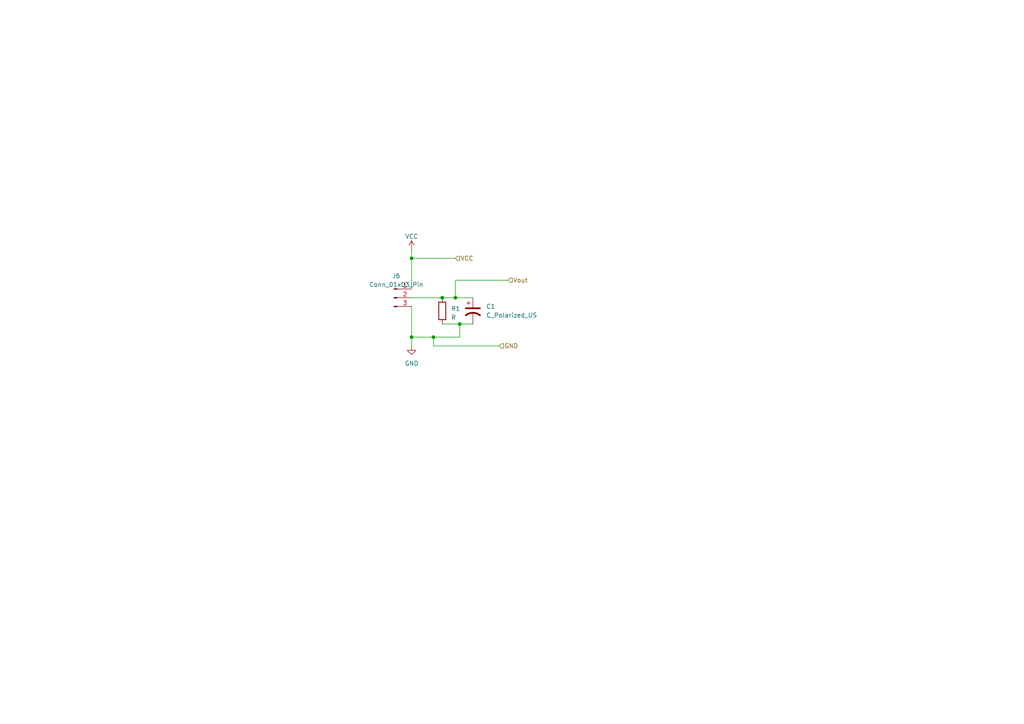
<source format=kicad_sch>
(kicad_sch (version 20230121) (generator eeschema)
  (paper "A4")
  (lib_symbols
    (symbol "Connector:Conn_01x03_Pin" (pin_names (offset 1.016) hide)
      (property "Reference" "J" (at 0 5.08 0))
      (property "Value" "Conn_01x03_Pin" (at 0 -5.08 0))
      (symbol "Conn_01x03_Pin_1_1"
        (polyline (pts (xy 1.27 -2.54) (xy 0.8636 -2.54)) (stroke (width 0.1524)))
        (polyline (pts (xy 1.27 0) (xy 0.8636 0)) (stroke (width 0.1524)))
        (polyline (pts (xy 1.27 2.54) (xy 0.8636 2.54)) (stroke (width 0.1524)))
        (rectangle (start 0.8636 -2.413) (end 0 -2.667) (stroke (width 0.1524)) (fill (type outline)))
        (rectangle (start 0.8636 0.127) (end 0 -0.127) (stroke (width 0.1524)) (fill (type outline)))
        (rectangle (start 0.8636 2.667) (end 0 2.413) (stroke (width 0.1524)) (fill (type outline)))
        (pin passive line (at 5.08 2.54 180) (length 3.81) (name "Pin_1") (number "1"))
        (pin passive line (at 5.08 0 180) (length 3.81) (name "Pin_2") (number "2"))
        (pin passive line (at 5.08 -2.54 180) (length 3.81) (name "Pin_3") (number "3"))
      )
    )
    (symbol "Device:C_Polarized_US" (pin_numbers hide) (pin_names (offset 0.254) hide)
      (property "Reference" "C" (at 0.635 2.54 0))
      (property "Value" "C_Polarized_US" (at 0.635 -2.54 0))
      (symbol "C_Polarized_US_0_1"
        (polyline (pts (xy -2.032 0.762) (xy 2.032 0.762)) (stroke (width 0.508)))
        (polyline (pts (xy -1.778 2.286) (xy -0.762 2.286)))
        (polyline (pts (xy -1.27 1.778) (xy -1.27 2.794)))
        (arc (start 2.032 -1.27) (mid 0 -0.5572) (end -2.032 -1.27) (stroke (width 0.508)))
      )
      (symbol "C_Polarized_US_1_1"
        (pin passive line (at 0 3.81 270) (length 2.794) (name "~") (number "1"))
        (pin passive line (at 0 -3.81 90) (length 3.302) (name "~") (number "2"))
      )
    )
    (symbol "Device:R" (pin_numbers hide) (pin_names (offset 0))
      (property "Reference" "R" (at 2.032 0 90))
      (property "Value" "R" (at 0 0 90))
      (symbol "R_0_1"
        (rectangle (start -1.016 -2.54) (end 1.016 2.54) (stroke (width 0.254)))
      )
      (symbol "R_1_1"
        (pin passive line (at 0 3.81 270) (length 1.27) (name "~") (number "1"))
        (pin passive line (at 0 -3.81 90) (length 1.27) (name "~") (number "2"))
      )
    )
    (symbol "power:GND" (power) (pin_names (offset 0))
      (property "Value" "GND" (at 0 -3.81 0))
      (symbol "GND_0_1"
        (polyline (pts (xy 0 0) (xy 0 -1.27) (xy 1.27 -1.27) (xy 0 -2.54) (xy -1.27 -1.27) (xy 0 -1.27)))
      )
      (symbol "GND_1_1"
        (pin power_in line (at 0 0 270) (length 0) hide (name "GND") (number "1"))
      )
    )
    (symbol "power:VCC" (power) (pin_names (offset 0))
      (property "Value" "VCC" (at 0 3.81 0))
      (symbol "VCC_0_1"
        (polyline (pts (xy -0.762 1.27) (xy 0 2.54)))
        (polyline (pts (xy 0 0) (xy 0 2.54)))
        (polyline (pts (xy 0 2.54) (xy 0.762 1.27)))
      )
      (symbol "VCC_1_1"
        (pin power_in line (at 0 0 90) (length 0) hide (name "VCC") (number "1"))
      )
    )
  )
  (junction (at 119.38 74.93))
  (junction (at 119.38 97.79))
  (junction (at 132.08 86.36))
  (junction (at 128.27 86.36))
  (junction (at 133.35 93.98))
  (junction (at 125.73 97.79))
  (wire (pts (xy 133.35 97.79) (xy 125.73 97.79)))
  (wire (pts (xy 125.73 100.33) (xy 125.73 97.79)))
  (wire (pts (xy 119.38 72.39) (xy 119.38 74.93)))
  (wire (pts (xy 119.38 97.79) (xy 119.38 100.33)))
  (wire (pts (xy 119.38 88.9) (xy 119.38 97.79)))
  (wire (pts (xy 128.27 86.36) (xy 132.08 86.36)))
  (wire (pts (xy 119.38 86.36) (xy 128.27 86.36)))
  (wire (pts (xy 132.08 86.36) (xy 137.16 86.36)))
  (wire (pts (xy 133.35 93.98) (xy 137.16 93.98)))
  (wire (pts (xy 119.38 74.93) (xy 132.08 74.93)))
  (wire (pts (xy 128.27 93.98) (xy 133.35 93.98)))
  (wire (pts (xy 144.78 100.33) (xy 125.73 100.33)))
  (wire (pts (xy 133.35 93.98) (xy 133.35 97.79)))
  (wire (pts (xy 125.73 97.79) (xy 119.38 97.79)))
  (wire (pts (xy 119.38 74.93) (xy 119.38 83.82)))
  (wire (pts (xy 147.32 81.28) (xy 132.08 81.28)))
  (wire (pts (xy 132.08 81.28) (xy 132.08 86.36)))
  (hierarchical_label "Vout" (shape input) (at 147.32 81.28 0))
  (hierarchical_label "VCC" (shape input) (at 132.08 74.93 0))
  (hierarchical_label "GND" (shape input) (at 144.78 100.33 0))
  (symbol (lib_id "Device:R") (at 128.27 90.17 0) (unit 1)
    (property "Reference" "R1" (at 130.81 89.535 0) (effects (justify left)))
    (property "Value" "R" (at 130.81 92.075 0) (effects (justify left)))
    (property "Footprint" "Resistor_THT:R_Axial_DIN0414_L11.9mm_D4.5mm_P15.24mm_Horizontal" (effects hide))
    (instances (project "buttons_rotary_input" (path "" (reference "R1") (unit 1)) (path "" (reference "R2") (unit 1)) (path "" (reference "R3") (unit 1)) (path "" (reference "R4") (unit 1)) (path "" (reference "R6") (unit 1)) (path "" (reference "R7") (unit 1)) (path "" (reference "R8") (unit 1)) (path "" (reference "R5") (unit 1))))
  )
  (symbol (lib_id "Connector:Conn_01x03_Pin") (at 114.3 86.36 0) (unit 1)
    (property "Reference" "J6" (at 114.935 80.01 0))
    (property "Value" "Conn_01x03_Pin" (at 114.935 82.55 0))
    (property "Footprint" "Connector_PinHeader_2.54mm:PinHeader_1x03_P2.54mm_Vertical" (effects hide))
    (instances (project "buttons_rotary_input" (path "" (reference "J6") (unit 1)) (path "" (reference "J1") (unit 1)) (path "" (reference "J2") (unit 1)) (path "" (reference "J3") (unit 1)) (path "" (reference "J4") (unit 1)) (path "" (reference "J6") (unit 1)) (path "" (reference "J7") (unit 1)) (path "" (reference "J8") (unit 1)) (path "" (reference "J5") (unit 1))))
  )
  (symbol (lib_id "power:VCC") (at 119.38 72.39 0) (unit 1)
    (property "Reference" "#PWR017" (effects hide))
    (property "Value" "VCC" (at 119.38 68.58 0))
    (instances (project "buttons_rotary_input" (path "" (reference "#PWR017") (unit 1)) (path "" (reference "#PWR07") (unit 1)) (path "" (reference "#PWR011") (unit 1)) (path "" (reference "#PWR015") (unit 1)) (path "" (reference "#PWR029") (unit 1)) (path "" (reference "#PWR031") (unit 1)) (path "" (reference "#PWR033") (unit 1)) (path "" (reference "#PWR027") (unit 1))))
  )
  (symbol (lib_id "Device:C_Polarized_US") (at 137.16 90.17 0) (unit 1)
    (property "Reference" "C1" (at 140.97 88.9 0) (effects (justify left)))
    (property "Value" "C_Polarized_US" (at 140.97 91.44 0) (effects (justify left)))
    (property "Footprint" "Capacitor_THT:CP_Radial_D6.3mm_P2.50mm" (effects hide))
    (instances (project "buttons_rotary_input" (path "" (reference "C1") (unit 1)) (path "" (reference "C2") (unit 1)) (path "" (reference "C3") (unit 1)) (path "" (reference "C4") (unit 1)) (path "" (reference "C6") (unit 1)) (path "" (reference "C7") (unit 1)) (path "" (reference "C8") (unit 1)) (path "" (reference "C5") (unit 1))))
  )
  (symbol (lib_id "power:GND") (at 119.38 100.33 0) (unit 1)
    (property "Reference" "#PWR018" (effects hide))
    (property "Value" "GND" (at 119.38 105.41 0))
    (instances (project "buttons_rotary_input" (path "" (reference "#PWR018") (unit 1)) (path "" (reference "#PWR08") (unit 1)) (path "" (reference "#PWR012") (unit 1)) (path "" (reference "#PWR016") (unit 1)) (path "" (reference "#PWR030") (unit 1)) (path "" (reference "#PWR032") (unit 1)) (path "" (reference "#PWR034") (unit 1)) (path "" (reference "#PWR028") (unit 1))))
  )
)
</source>
